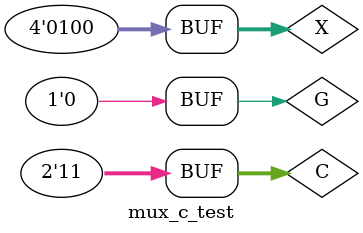
<source format=v>
`timescale 1ns / 1ps


module mux_c_test;

	// Inputs
	reg G;
	reg [1:0] C;
	reg [3:0] X;

	// Outputs
	wire Y;

	// Instantiate the Unit Under Test (UUT)
	mux_c uut (
		.G(G), 
		.C(C), 
		.X(X), 
		.Y(Y)
	);

	initial begin
		G = 0;
		C = 2'b00;
		X = 4'b0000;

		#100;
		
		G = 0;
		C = 2'b00;
		X = 4'b0001;
		
		#100;
		
		G = 0;
		C = 2'b01;
		X = 4'b0010;

		#100;
		
		G = 0;
		C = 2'b10;
		X = 4'b0100;
		
		#100;
		
		G = 0;
		C = 2'b11;
		X = 4'b1000;
		
		#100;
		
		G = 0;
		C = 2'b11;
		X = 4'b0100;
		
		#100;
        
	end
      
endmodule


</source>
